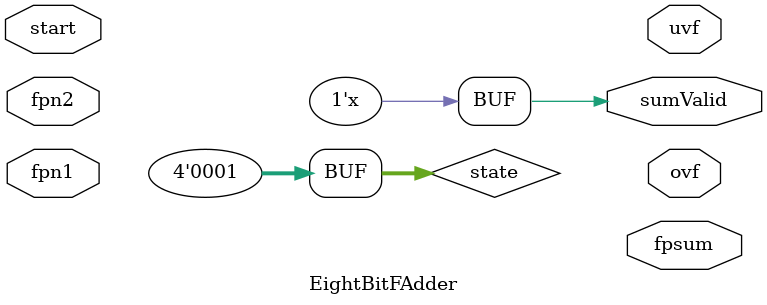
<source format=v>
module EightBitFAdder(
	input [7:0] fpn1,
	input [7:0] fpn2,
	input start,
	output reg ovf = 0,
	output reg uvf = 0,
	output reg sumValid = 0,
	output reg [7:0] fpsum = 0);
	
	reg fpn1_sig = 0, fpn2_sig = 0;
	reg [4:0] fpn1_frac = 0, fpn2_frac = 0;
	reg [3:0] fpn1_exp = 0, fpn2_exp = 0;
	reg [5:0] fracSum = 0;
	reg [2:0] expSum = 0;
	reg [3:0] state = 4'b0001;
	reg [1:0] unorm = 0;
	reg zeroCheck = 0;
	
	always@(/*fpn1, fpn2, fracSum, fpn1_exp, fpn2_exp, fpn1_frac, fpn2_frac, fracSum, expSum, fpsum,*/start) begin	
		case(state)
			//load the numbers into a register where they can be altered
			4'b0001: begin
                sumValid = 1'b0;
                
				if(start==0) begin
                    if((fpn1[6:4] >= fpn2[6:4] + 5) || (fpn2[6:4] == 3'b000 && fpn1[6:4] >= 3'b110)|| (fpn2 == 8'h00)) begin
						fpsum <= fpn1;
						state <= 4'b1000;
					end else if((fpn2[6:4] >= fpn1[6:4] + 5) || (fpn1[6:4] == 3'b000 && fpn2[6:4] >= 3'b110) || (fpn1 == 8'h00)) begin
						fpsum <= fpn2;
						state <= 4'b1000;
					end else begin
						fpn1_sig <= fpn1[7];
						fpn1_frac <= fpn1[6:4] == 3'b000 ? {1'b0, fpn1[3:0]} : {1'b1, fpn1[3:0]};
						fpn1_exp <= fpn1[6:4] == 3'b000 ? fpn1[6:4]+1 : fpn1[6:4];
						fpn2_sig <= fpn2[7];
						fpn2_frac <= fpn2[6:4] == 3'b000 ? {1'b0, fpn2[3:0]} : {1'b1, fpn2[3:0]};
						fpn2_exp <= fpn2[6:4] == 3'b000 ? fpn2[6:4]+1 : fpn2[6:4];
						state <= 4'b0010;
					end
				end else
					state <= 4'b0001;
			end
			//start shifting the smaller number to match the larger one
			4'b0010: begin
				if(fpn1_exp < fpn2_exp) begin
					fpn1_frac <= fpn1_frac >> 1;
					fpn1_exp <= fpn1_exp + 1;
					unorm[0] <= 1'b1;
				end else if(fpn1_exp > fpn2_exp) begin
					fpn2_frac <= fpn2_frac >> 1;
					fpn2_exp <= fpn2_exp + 1;
					unorm[1] <= 1'b1;
				end else begin
					expSum <= fpn1_exp;
					
					case({fpn1_sig, fpn2_sig})
						2'b00: begin
							fracSum <= fpn1_frac + fpn2_frac;
							fpsum[7] <= 1'b0;
						end
						2'b01: begin
							if(fpn1_frac >= fpn2_frac) begin
								fracSum <= fpn1_frac - fpn2_frac;
								fpsum[7] <= 1'b0;
							end else begin
								fracSum <= ~(fpn1_frac - fpn2_frac) + 1;
								fpsum[7] <= 1'b1;
							end
						end
						2'b10: begin 
							if(fpn2_frac >= fpn1_frac) begin
								fracSum <= fpn2_frac - fpn1_frac;
								fpsum[7] <= 1'b0;
							end else begin
								fracSum <= ~(fpn2_frac - fpn1_frac) + 1;
								fpsum[7] <= 1'b1;
							end
						end
						2'b11: begin
							fracSum <= fpn1_frac + fpn2_frac;
							fpsum[7] <= 1'b1;
						end
					endcase
					
					state <= 4'b0100;
				end
			end
			
			4'b0100: begin
				//is the fraction 0?
				if(fracSum == 0 && zeroCheck == 0) begin
					fpsum <= 0;
					state <= 4'b1000;
				end
				//has the fraction overflowed?
				else if(fracSum[5] != 0) begin
					zeroCheck <= 1;
					
					fracSum <= fracSum >> 1;
					
					if(expSum == 3'b111) begin
						ovf <= 1;
						fpsum[6:0] <= 7'hFF;
						state <= 4'b1000;
					end
					
					expSum <= expSum + 1;
				end
				//is the fraction normalized?
				else if(fracSum[4] != 1) begin
					zeroCheck <= 1;
					
					if(expSum > 3'b001) begin
						fracSum <= fracSum << 1;
						expSum <= expSum - 1;
					end else begin
						//the sum is in the denormalized range or underflowed
						fpsum[6:4] <= 3'b000;
						fpsum[3:0] <= fracSum[3:0];
						state <= 4'b1000;
						//if the fraction is zero, then there is underflow
						if(fracSum[3:0] == 4'b0000)
							uvf <= 1;
					end
				end
				//the fraction has been normalized, and fraction overflow has been taken care of
				else begin
					fpsum[6:4] <= expSum;
					fpsum[3:0] <= fracSum[3:0];
					
					state <= 4'b1000;
				end
				
				
			end
			
			4'b1000: begin
                sumValid <= 1'b1;
                if(start)
                    state <= 4'b0001;
			end
			
			default: begin
				state <= 4'b0001;
			end
		endcase
	end

endmodule
</source>
